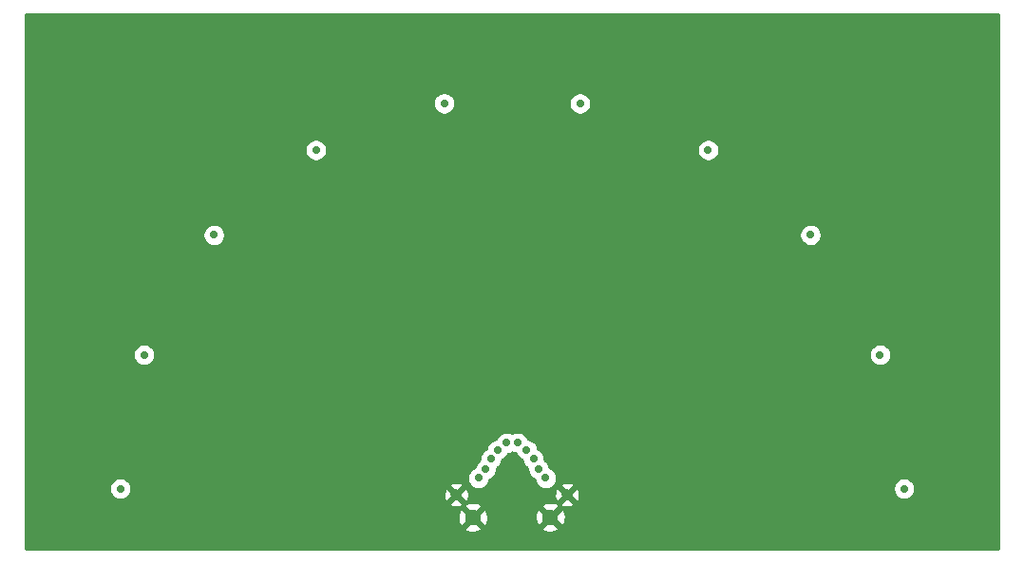
<source format=gbr>
G04 #@! TF.GenerationSoftware,KiCad,Pcbnew,(6.0.0-rc1-dev-305-gf0b8b2136)*
G04 #@! TF.CreationDate,2019-06-24T15:23:41-06:00*
G04 #@! TF.ProjectId,Station05,53746174696F6E30352E6B696361645F,rev?*
G04 #@! TF.SameCoordinates,Original*
G04 #@! TF.FileFunction,Copper,L3,Inr,Signal*
G04 #@! TF.FilePolarity,Positive*
%FSLAX46Y46*%
G04 Gerber Fmt 4.6, Leading zero omitted, Abs format (unit mm)*
G04 Created by KiCad (PCBNEW (6.0.0-rc1-dev-305-gf0b8b2136)) date 06/24/19 15:23:41*
%MOMM*%
%LPD*%
G01*
G04 APERTURE LIST*
G04 #@! TA.AperFunction,ViaPad*
%ADD10C,1.000000*%
G04 #@! TD*
G04 #@! TA.AperFunction,ViaPad*
%ADD11C,1.450000*%
G04 #@! TD*
G04 #@! TA.AperFunction,ViaPad*
%ADD12C,0.800000*%
G04 #@! TD*
G04 #@! TA.AperFunction,ViaPad*
%ADD13C,1.200000*%
G04 #@! TD*
G04 #@! TA.AperFunction,ViaPad*
%ADD14C,0.711200*%
G04 #@! TD*
G04 #@! TA.AperFunction,Conductor*
%ADD15C,0.254000*%
G04 #@! TD*
G04 APERTURE END LIST*
D10*
G04 #@! TO.N,GND*
G04 #@! TO.C,U11*
X144895000Y-100490000D03*
X135025000Y-100490000D03*
D11*
X143420000Y-102490000D03*
X136500000Y-102490000D03*
G04 #@! TD*
D12*
G04 #@! TO.N,GND*
X132371500Y-97873160D03*
X133591500Y-95383160D03*
X135261500Y-93293160D03*
X123571500Y-73253160D03*
X137441500Y-91763160D03*
X147301500Y-97873160D03*
X146461500Y-95363160D03*
X144191500Y-96613160D03*
X135431500Y-68763160D03*
X135844376Y-71023160D03*
X136260906Y-73303160D03*
X136666475Y-75523160D03*
X137061082Y-77683160D03*
X137457516Y-79853160D03*
X137852123Y-82013160D03*
X138257692Y-84233160D03*
X139991500Y-91223160D03*
X138672395Y-86503160D03*
X139098059Y-88833160D03*
X139987751Y-93703160D03*
X143776351Y-73303160D03*
X143365920Y-75513160D03*
X144191639Y-71023160D03*
X144619500Y-68763160D03*
X140892186Y-88833160D03*
X141324904Y-86503160D03*
X141746479Y-84233160D03*
X142158767Y-82013160D03*
X142559913Y-79853160D03*
X142962916Y-77683160D03*
X146291500Y-69053160D03*
X145874287Y-71323160D03*
X145449721Y-73633160D03*
X145045373Y-75833160D03*
X144653890Y-77963160D03*
X144251380Y-80153160D03*
X143859898Y-82283160D03*
X143440847Y-84563160D03*
X143032824Y-86783160D03*
X142595394Y-89163160D03*
X141761500Y-94033160D03*
X144339420Y-89883160D03*
X145606899Y-87783160D03*
X146795915Y-85813160D03*
X148045287Y-83743160D03*
X149155840Y-81903160D03*
X150296571Y-80013160D03*
X151437302Y-78123160D03*
X152632354Y-76143160D03*
X153700658Y-74373160D03*
X142611500Y-91783160D03*
X155171500Y-75223160D03*
X154097144Y-77013160D03*
X152908750Y-78993160D03*
X151750365Y-80923160D03*
X150627992Y-82793160D03*
X149505619Y-84663160D03*
X148281212Y-86703160D03*
X147062807Y-88733160D03*
X145772378Y-90883160D03*
X147041500Y-92048506D03*
X149021500Y-90410498D03*
X150841500Y-88904854D03*
X152651500Y-87407482D03*
X154411500Y-85951473D03*
X156121500Y-84536828D03*
X157871500Y-83033160D03*
X159681500Y-81513160D03*
X161491500Y-80053160D03*
X163201500Y-78643160D03*
X144711500Y-93413160D03*
X143161500Y-95163160D03*
X156281500Y-73433160D03*
D13*
X124375937Y-70991070D03*
X106091874Y-102660000D03*
X100771874Y-102660000D03*
X106091874Y-97340000D03*
X100771874Y-97340000D03*
X102977200Y-90152960D03*
X108297200Y-90152960D03*
X108297200Y-84832960D03*
X102977200Y-84832960D03*
X114647190Y-79154460D03*
X119055937Y-70991070D03*
X124375937Y-65671070D03*
X119055937Y-65671070D03*
X109327190Y-79154460D03*
X114647190Y-73834460D03*
X109327190Y-73834460D03*
X130990010Y-66647430D03*
X136310010Y-66647430D03*
X136310010Y-61327430D03*
X130990010Y-61327430D03*
X143689990Y-66647430D03*
X149009990Y-66647430D03*
X149009990Y-61327430D03*
X143689990Y-61327430D03*
X155624063Y-70991070D03*
X160944063Y-70991070D03*
X160944063Y-65671070D03*
X155624063Y-65671070D03*
X165352810Y-79154460D03*
X170672810Y-79154460D03*
X170672810Y-73834460D03*
X165352810Y-73834460D03*
X171702800Y-90152960D03*
X177022800Y-90152960D03*
X177022800Y-84832960D03*
X171702800Y-84832960D03*
X173908126Y-102660000D03*
X179228126Y-102660000D03*
X173908126Y-97340000D03*
X179228126Y-97340000D03*
D12*
X162551500Y-81293160D03*
X160771500Y-82766914D03*
X158961500Y-84265505D03*
X157191500Y-85730978D03*
X155481500Y-87146774D03*
X153721500Y-88603969D03*
X151941500Y-90077722D03*
X150111500Y-91592874D03*
X148081500Y-93273616D03*
X149111500Y-95104947D03*
X151781500Y-94209291D03*
X154041500Y-93451170D03*
X156381500Y-92666213D03*
X158641500Y-91908091D03*
X160851500Y-91166742D03*
X162971500Y-90455583D03*
X165181500Y-89714234D03*
X167341500Y-88989657D03*
X169411500Y-88295271D03*
X171481500Y-87600885D03*
X167831500Y-90483160D03*
X165651500Y-91206511D03*
X163421500Y-91946452D03*
X161321500Y-92643259D03*
X159111500Y-93393160D03*
X156881500Y-94163160D03*
X154531500Y-94943160D03*
X152261500Y-95683160D03*
X149591500Y-96603160D03*
X144691500Y-98273160D03*
X149691500Y-98442859D03*
X152621500Y-98526724D03*
X155041500Y-98595992D03*
X157391500Y-98663256D03*
X159751500Y-98730807D03*
X162131500Y-98798930D03*
X164461500Y-98865622D03*
X166901500Y-98935463D03*
X169291500Y-99003873D03*
X171681500Y-99072283D03*
X171641500Y-100683160D03*
X169221500Y-100608813D03*
X166861500Y-100536309D03*
X164431500Y-100461654D03*
X162111500Y-100390380D03*
X159711500Y-100316648D03*
X157371500Y-100244759D03*
X155001500Y-100171947D03*
X152561500Y-100096985D03*
X149661500Y-100027277D03*
X147481500Y-99960303D03*
X133681500Y-69103160D03*
X134519466Y-73643160D03*
X134931066Y-75873160D03*
X134096792Y-71353160D03*
X135326055Y-78013160D03*
X135726580Y-80183160D03*
X136128951Y-82363160D03*
X136538706Y-84583160D03*
X136955843Y-86843160D03*
X137384056Y-89163160D03*
X138221500Y-94003160D03*
X135726467Y-89793160D03*
X134506542Y-87793160D03*
X133311015Y-85833160D03*
X132109389Y-83863160D03*
X130968759Y-81993160D03*
X129809829Y-80093160D03*
X128650899Y-78193160D03*
X127485871Y-76283160D03*
X126290345Y-74323160D03*
X124761500Y-75263160D03*
X125959150Y-77233160D03*
X127102084Y-79113160D03*
X128251098Y-81003160D03*
X129418350Y-82923160D03*
X130555205Y-84793160D03*
X131758934Y-86773160D03*
X132950505Y-88733160D03*
X134166392Y-90733160D03*
X136811500Y-95123160D03*
X132861500Y-91852187D03*
X131021500Y-90328493D03*
X129221500Y-88837923D03*
X127421500Y-87347353D03*
X125691500Y-85914750D03*
X123921500Y-84449023D03*
X122201500Y-83024701D03*
X120471500Y-81592098D03*
X118701500Y-80126372D03*
X116861500Y-78602679D03*
X117611500Y-81463160D03*
X119361500Y-82916350D03*
X121081500Y-84344627D03*
X122821500Y-85789512D03*
X124571500Y-87242703D03*
X126281500Y-88662677D03*
X128091500Y-90165691D03*
X129871500Y-91643792D03*
X131751500Y-93204934D03*
X135791500Y-96559727D03*
X130741500Y-94886066D03*
X128381500Y-94103920D03*
X126101500Y-93348286D03*
X123911500Y-92622480D03*
X121771500Y-91913244D03*
X119591500Y-91190752D03*
X115141500Y-89715941D03*
X112831500Y-88950366D03*
X110581500Y-88204675D03*
X108341500Y-87462298D03*
X117381500Y-90458318D03*
X112271500Y-90643160D03*
X114571500Y-91411417D03*
X116781500Y-92149612D03*
X118991500Y-92887807D03*
X121231500Y-93636022D03*
X123401500Y-94360856D03*
X125531500Y-95072330D03*
X127851500Y-95847267D03*
X130191500Y-96628885D03*
X108711500Y-99008860D03*
X135011500Y-98238885D03*
X117971500Y-98737759D03*
X113281500Y-98875066D03*
X115611500Y-98806852D03*
X110951500Y-98943280D03*
X120321500Y-98668960D03*
X122681500Y-98599867D03*
X124991500Y-98532238D03*
X127411500Y-98461389D03*
X129931500Y-98387611D03*
X108771500Y-100693160D03*
X111001500Y-100626891D03*
X113311500Y-100558245D03*
X115661500Y-100488410D03*
X118021500Y-100418278D03*
X120391500Y-100347849D03*
X125021500Y-100210258D03*
X127441500Y-100138343D03*
X129941500Y-100064050D03*
X132391500Y-99991243D03*
X122731500Y-100278310D03*
D14*
G04 #@! TO.N,Net-(U1-Pad1)*
X137000000Y-99000000D03*
X105081500Y-99950857D03*
G04 #@! TO.N,Net-(U11-Pad4)*
X137642600Y-98216720D03*
X107201500Y-88017095D03*
G04 #@! TO.N,Net-(U11-Pad6)*
X138100000Y-97300000D03*
X113421500Y-77327554D03*
G04 #@! TO.N,Net-(U11-Pad8)*
X138700000Y-96500000D03*
X122529321Y-69753160D03*
G04 #@! TO.N,Net-(U11-Pad10)*
X139500000Y-95864680D03*
X133944687Y-65593160D03*
G04 #@! TO.N,Net-(U11-Pad12)*
X140500000Y-95851980D03*
X146053360Y-65603160D03*
G04 #@! TO.N,Net-(U11-Pad14)*
X141300000Y-96500000D03*
X157458830Y-69753160D03*
G04 #@! TO.N,Net-(U11-Pad16)*
X141900000Y-97300000D03*
X166591500Y-77317344D03*
G04 #@! TO.N,Net-(U11-Pad18)*
X142346680Y-98183700D03*
X172801500Y-88014305D03*
G04 #@! TO.N,Net-(U10-Pad1)*
X143000000Y-99000000D03*
X174941500Y-99954737D03*
G04 #@! TD*
D15*
G04 #@! TO.N,GND*
G36*
X183340000Y-105343160D02*
X96660000Y-105343160D01*
X96660000Y-103429133D01*
X135740472Y-103429133D01*
X135802965Y-103665450D01*
X136045678Y-103778850D01*
X136305849Y-103842719D01*
X136573482Y-103854604D01*
X136838291Y-103814048D01*
X137090100Y-103722609D01*
X137197035Y-103665450D01*
X137259528Y-103429133D01*
X142660472Y-103429133D01*
X142722965Y-103665450D01*
X142965678Y-103778850D01*
X143225849Y-103842719D01*
X143493482Y-103854604D01*
X143758291Y-103814048D01*
X144010100Y-103722609D01*
X144117035Y-103665450D01*
X144179528Y-103429133D01*
X143420000Y-102669605D01*
X142660472Y-103429133D01*
X137259528Y-103429133D01*
X136500000Y-102669605D01*
X135740472Y-103429133D01*
X96660000Y-103429133D01*
X96660000Y-102563482D01*
X135135396Y-102563482D01*
X135175952Y-102828291D01*
X135267391Y-103080100D01*
X135324550Y-103187035D01*
X135560867Y-103249528D01*
X136320395Y-102490000D01*
X136679605Y-102490000D01*
X137439133Y-103249528D01*
X137675450Y-103187035D01*
X137788850Y-102944322D01*
X137852719Y-102684151D01*
X137858077Y-102563482D01*
X142055396Y-102563482D01*
X142095952Y-102828291D01*
X142187391Y-103080100D01*
X142244550Y-103187035D01*
X142480867Y-103249528D01*
X143240395Y-102490000D01*
X143599605Y-102490000D01*
X144359133Y-103249528D01*
X144595450Y-103187035D01*
X144708850Y-102944322D01*
X144772719Y-102684151D01*
X144784604Y-102416518D01*
X144744048Y-102151709D01*
X144652609Y-101899900D01*
X144595450Y-101792965D01*
X144359133Y-101730472D01*
X143599605Y-102490000D01*
X143240395Y-102490000D01*
X142480867Y-101730472D01*
X142244550Y-101792965D01*
X142131150Y-102035678D01*
X142067281Y-102295849D01*
X142055396Y-102563482D01*
X137858077Y-102563482D01*
X137864604Y-102416518D01*
X137824048Y-102151709D01*
X137732609Y-101899900D01*
X137675450Y-101792965D01*
X137439133Y-101730472D01*
X136679605Y-102490000D01*
X136320395Y-102490000D01*
X135560867Y-101730472D01*
X135324550Y-101792965D01*
X135211150Y-102035678D01*
X135147281Y-102295849D01*
X135135396Y-102563482D01*
X96660000Y-102563482D01*
X96660000Y-101268166D01*
X134426439Y-101268166D01*
X134461550Y-101481588D01*
X134665826Y-101572458D01*
X134883905Y-101621731D01*
X135107406Y-101627511D01*
X135327740Y-101589577D01*
X135428485Y-101550867D01*
X135740472Y-101550867D01*
X136500000Y-102310395D01*
X137259528Y-101550867D01*
X142660472Y-101550867D01*
X143420000Y-102310395D01*
X144179528Y-101550867D01*
X144117035Y-101314550D01*
X144017759Y-101268166D01*
X144296439Y-101268166D01*
X144331550Y-101481588D01*
X144535826Y-101572458D01*
X144753905Y-101621731D01*
X144977406Y-101627511D01*
X145197740Y-101589577D01*
X145406440Y-101509387D01*
X145458450Y-101481588D01*
X145493561Y-101268166D01*
X144895000Y-100669605D01*
X144296439Y-101268166D01*
X144017759Y-101268166D01*
X143874322Y-101201150D01*
X143614151Y-101137281D01*
X143346518Y-101125396D01*
X143081709Y-101165952D01*
X142829900Y-101257391D01*
X142722965Y-101314550D01*
X142660472Y-101550867D01*
X137259528Y-101550867D01*
X137197035Y-101314550D01*
X136954322Y-101201150D01*
X136694151Y-101137281D01*
X136426518Y-101125396D01*
X136161709Y-101165952D01*
X135909900Y-101257391D01*
X135802965Y-101314550D01*
X135740472Y-101550867D01*
X135428485Y-101550867D01*
X135536440Y-101509387D01*
X135588450Y-101481588D01*
X135623561Y-101268166D01*
X135025000Y-100669605D01*
X134426439Y-101268166D01*
X96660000Y-101268166D01*
X96660000Y-99853291D01*
X104090900Y-99853291D01*
X104090900Y-100048423D01*
X104128968Y-100239804D01*
X104203642Y-100420082D01*
X104312051Y-100582328D01*
X104450029Y-100720306D01*
X104612275Y-100828715D01*
X104792553Y-100903389D01*
X104983934Y-100941457D01*
X105179066Y-100941457D01*
X105370447Y-100903389D01*
X105550725Y-100828715D01*
X105712971Y-100720306D01*
X105850949Y-100582328D01*
X105857578Y-100572406D01*
X133887489Y-100572406D01*
X133925423Y-100792740D01*
X134005613Y-101001440D01*
X134033412Y-101053450D01*
X134246834Y-101088561D01*
X134845395Y-100490000D01*
X135204605Y-100490000D01*
X135803166Y-101088561D01*
X136016588Y-101053450D01*
X136107458Y-100849174D01*
X136156731Y-100631095D01*
X136158248Y-100572406D01*
X143757489Y-100572406D01*
X143795423Y-100792740D01*
X143875613Y-101001440D01*
X143903412Y-101053450D01*
X144116834Y-101088561D01*
X144715395Y-100490000D01*
X145074605Y-100490000D01*
X145673166Y-101088561D01*
X145886588Y-101053450D01*
X145977458Y-100849174D01*
X146026731Y-100631095D01*
X146032511Y-100407594D01*
X145994577Y-100187260D01*
X145914387Y-99978560D01*
X145886588Y-99926550D01*
X145673166Y-99891439D01*
X145074605Y-100490000D01*
X144715395Y-100490000D01*
X144116834Y-99891439D01*
X143903412Y-99926550D01*
X143812542Y-100130826D01*
X143763269Y-100348905D01*
X143757489Y-100572406D01*
X136158248Y-100572406D01*
X136162511Y-100407594D01*
X136124577Y-100187260D01*
X136044387Y-99978560D01*
X136016588Y-99926550D01*
X135803166Y-99891439D01*
X135204605Y-100490000D01*
X134845395Y-100490000D01*
X134246834Y-99891439D01*
X134033412Y-99926550D01*
X133942542Y-100130826D01*
X133893269Y-100348905D01*
X133887489Y-100572406D01*
X105857578Y-100572406D01*
X105959358Y-100420082D01*
X106034032Y-100239804D01*
X106072100Y-100048423D01*
X106072100Y-99853291D01*
X106043963Y-99711834D01*
X134426439Y-99711834D01*
X135025000Y-100310395D01*
X135623561Y-99711834D01*
X135588450Y-99498412D01*
X135384174Y-99407542D01*
X135166095Y-99358269D01*
X134942594Y-99352489D01*
X134722260Y-99390423D01*
X134513560Y-99470613D01*
X134461550Y-99498412D01*
X134426439Y-99711834D01*
X106043963Y-99711834D01*
X106034032Y-99661910D01*
X105959358Y-99481632D01*
X105850949Y-99319386D01*
X105712971Y-99181408D01*
X105550725Y-99072999D01*
X105370447Y-98998325D01*
X105179066Y-98960257D01*
X104983934Y-98960257D01*
X104792553Y-98998325D01*
X104612275Y-99072999D01*
X104450029Y-99181408D01*
X104312051Y-99319386D01*
X104203642Y-99481632D01*
X104128968Y-99661910D01*
X104090900Y-99853291D01*
X96660000Y-99853291D01*
X96660000Y-98902434D01*
X136009400Y-98902434D01*
X136009400Y-99097566D01*
X136047468Y-99288947D01*
X136122142Y-99469225D01*
X136230551Y-99631471D01*
X136368529Y-99769449D01*
X136530775Y-99877858D01*
X136711053Y-99952532D01*
X136902434Y-99990600D01*
X137097566Y-99990600D01*
X137288947Y-99952532D01*
X137469225Y-99877858D01*
X137631471Y-99769449D01*
X137769449Y-99631471D01*
X137877858Y-99469225D01*
X137952532Y-99288947D01*
X137980363Y-99149032D01*
X138111825Y-99094578D01*
X138274071Y-98986169D01*
X138412049Y-98848191D01*
X138520458Y-98685945D01*
X138595132Y-98505667D01*
X138633200Y-98314286D01*
X138633200Y-98135111D01*
X138731471Y-98069449D01*
X138869449Y-97931471D01*
X138977858Y-97769225D01*
X139052532Y-97588947D01*
X139087812Y-97411580D01*
X139169225Y-97377858D01*
X139331471Y-97269449D01*
X139469449Y-97131471D01*
X139577858Y-96969225D01*
X139627524Y-96849321D01*
X139788947Y-96817212D01*
X139969225Y-96742538D01*
X140009503Y-96715625D01*
X140030775Y-96729838D01*
X140211053Y-96804512D01*
X140366743Y-96835481D01*
X140422142Y-96969225D01*
X140530551Y-97131471D01*
X140668529Y-97269449D01*
X140830775Y-97377858D01*
X140912188Y-97411580D01*
X140947468Y-97588947D01*
X141022142Y-97769225D01*
X141130551Y-97931471D01*
X141268529Y-98069449D01*
X141356080Y-98127949D01*
X141356080Y-98281266D01*
X141394148Y-98472647D01*
X141468822Y-98652925D01*
X141577231Y-98815171D01*
X141715209Y-98953149D01*
X141877455Y-99061558D01*
X142013442Y-99117886D01*
X142047468Y-99288947D01*
X142122142Y-99469225D01*
X142230551Y-99631471D01*
X142368529Y-99769449D01*
X142530775Y-99877858D01*
X142711053Y-99952532D01*
X142902434Y-99990600D01*
X143097566Y-99990600D01*
X143288947Y-99952532D01*
X143469225Y-99877858D01*
X143631471Y-99769449D01*
X143689086Y-99711834D01*
X144296439Y-99711834D01*
X144895000Y-100310395D01*
X145348224Y-99857171D01*
X173950900Y-99857171D01*
X173950900Y-100052303D01*
X173988968Y-100243684D01*
X174063642Y-100423962D01*
X174172051Y-100586208D01*
X174310029Y-100724186D01*
X174472275Y-100832595D01*
X174652553Y-100907269D01*
X174843934Y-100945337D01*
X175039066Y-100945337D01*
X175230447Y-100907269D01*
X175410725Y-100832595D01*
X175572971Y-100724186D01*
X175710949Y-100586208D01*
X175819358Y-100423962D01*
X175894032Y-100243684D01*
X175932100Y-100052303D01*
X175932100Y-99857171D01*
X175894032Y-99665790D01*
X175819358Y-99485512D01*
X175710949Y-99323266D01*
X175572971Y-99185288D01*
X175410725Y-99076879D01*
X175230447Y-99002205D01*
X175039066Y-98964137D01*
X174843934Y-98964137D01*
X174652553Y-99002205D01*
X174472275Y-99076879D01*
X174310029Y-99185288D01*
X174172051Y-99323266D01*
X174063642Y-99485512D01*
X173988968Y-99665790D01*
X173950900Y-99857171D01*
X145348224Y-99857171D01*
X145493561Y-99711834D01*
X145458450Y-99498412D01*
X145254174Y-99407542D01*
X145036095Y-99358269D01*
X144812594Y-99352489D01*
X144592260Y-99390423D01*
X144383560Y-99470613D01*
X144331550Y-99498412D01*
X144296439Y-99711834D01*
X143689086Y-99711834D01*
X143769449Y-99631471D01*
X143877858Y-99469225D01*
X143952532Y-99288947D01*
X143990600Y-99097566D01*
X143990600Y-98902434D01*
X143952532Y-98711053D01*
X143877858Y-98530775D01*
X143769449Y-98368529D01*
X143631471Y-98230551D01*
X143469225Y-98122142D01*
X143333238Y-98065814D01*
X143299212Y-97894753D01*
X143224538Y-97714475D01*
X143116129Y-97552229D01*
X142978151Y-97414251D01*
X142890600Y-97355751D01*
X142890600Y-97202434D01*
X142852532Y-97011053D01*
X142777858Y-96830775D01*
X142669449Y-96668529D01*
X142531471Y-96530551D01*
X142369225Y-96422142D01*
X142287812Y-96388420D01*
X142252532Y-96211053D01*
X142177858Y-96030775D01*
X142069449Y-95868529D01*
X141931471Y-95730551D01*
X141769225Y-95622142D01*
X141588947Y-95547468D01*
X141433257Y-95516499D01*
X141377858Y-95382755D01*
X141269449Y-95220509D01*
X141131471Y-95082531D01*
X140969225Y-94974122D01*
X140788947Y-94899448D01*
X140597566Y-94861380D01*
X140402434Y-94861380D01*
X140211053Y-94899448D01*
X140030775Y-94974122D01*
X139990497Y-95001035D01*
X139969225Y-94986822D01*
X139788947Y-94912148D01*
X139597566Y-94874080D01*
X139402434Y-94874080D01*
X139211053Y-94912148D01*
X139030775Y-94986822D01*
X138868529Y-95095231D01*
X138730551Y-95233209D01*
X138622142Y-95395455D01*
X138572476Y-95515359D01*
X138411053Y-95547468D01*
X138230775Y-95622142D01*
X138068529Y-95730551D01*
X137930551Y-95868529D01*
X137822142Y-96030775D01*
X137747468Y-96211053D01*
X137712188Y-96388420D01*
X137630775Y-96422142D01*
X137468529Y-96530551D01*
X137330551Y-96668529D01*
X137222142Y-96830775D01*
X137147468Y-97011053D01*
X137109400Y-97202434D01*
X137109400Y-97381609D01*
X137011129Y-97447271D01*
X136873151Y-97585249D01*
X136764742Y-97747495D01*
X136690068Y-97927773D01*
X136662237Y-98067688D01*
X136530775Y-98122142D01*
X136368529Y-98230551D01*
X136230551Y-98368529D01*
X136122142Y-98530775D01*
X136047468Y-98711053D01*
X136009400Y-98902434D01*
X96660000Y-98902434D01*
X96660000Y-87919529D01*
X106210900Y-87919529D01*
X106210900Y-88114661D01*
X106248968Y-88306042D01*
X106323642Y-88486320D01*
X106432051Y-88648566D01*
X106570029Y-88786544D01*
X106732275Y-88894953D01*
X106912553Y-88969627D01*
X107103934Y-89007695D01*
X107299066Y-89007695D01*
X107490447Y-88969627D01*
X107670725Y-88894953D01*
X107832971Y-88786544D01*
X107970949Y-88648566D01*
X108079358Y-88486320D01*
X108154032Y-88306042D01*
X108192100Y-88114661D01*
X108192100Y-87919529D01*
X108191546Y-87916739D01*
X171810900Y-87916739D01*
X171810900Y-88111871D01*
X171848968Y-88303252D01*
X171923642Y-88483530D01*
X172032051Y-88645776D01*
X172170029Y-88783754D01*
X172332275Y-88892163D01*
X172512553Y-88966837D01*
X172703934Y-89004905D01*
X172899066Y-89004905D01*
X173090447Y-88966837D01*
X173270725Y-88892163D01*
X173432971Y-88783754D01*
X173570949Y-88645776D01*
X173679358Y-88483530D01*
X173754032Y-88303252D01*
X173792100Y-88111871D01*
X173792100Y-87916739D01*
X173754032Y-87725358D01*
X173679358Y-87545080D01*
X173570949Y-87382834D01*
X173432971Y-87244856D01*
X173270725Y-87136447D01*
X173090447Y-87061773D01*
X172899066Y-87023705D01*
X172703934Y-87023705D01*
X172512553Y-87061773D01*
X172332275Y-87136447D01*
X172170029Y-87244856D01*
X172032051Y-87382834D01*
X171923642Y-87545080D01*
X171848968Y-87725358D01*
X171810900Y-87916739D01*
X108191546Y-87916739D01*
X108154032Y-87728148D01*
X108079358Y-87547870D01*
X107970949Y-87385624D01*
X107832971Y-87247646D01*
X107670725Y-87139237D01*
X107490447Y-87064563D01*
X107299066Y-87026495D01*
X107103934Y-87026495D01*
X106912553Y-87064563D01*
X106732275Y-87139237D01*
X106570029Y-87247646D01*
X106432051Y-87385624D01*
X106323642Y-87547870D01*
X106248968Y-87728148D01*
X106210900Y-87919529D01*
X96660000Y-87919529D01*
X96660000Y-77229988D01*
X112430900Y-77229988D01*
X112430900Y-77425120D01*
X112468968Y-77616501D01*
X112543642Y-77796779D01*
X112652051Y-77959025D01*
X112790029Y-78097003D01*
X112952275Y-78205412D01*
X113132553Y-78280086D01*
X113323934Y-78318154D01*
X113519066Y-78318154D01*
X113710447Y-78280086D01*
X113890725Y-78205412D01*
X114052971Y-78097003D01*
X114190949Y-77959025D01*
X114299358Y-77796779D01*
X114374032Y-77616501D01*
X114412100Y-77425120D01*
X114412100Y-77229988D01*
X114410070Y-77219778D01*
X165600900Y-77219778D01*
X165600900Y-77414910D01*
X165638968Y-77606291D01*
X165713642Y-77786569D01*
X165822051Y-77948815D01*
X165960029Y-78086793D01*
X166122275Y-78195202D01*
X166302553Y-78269876D01*
X166493934Y-78307944D01*
X166689066Y-78307944D01*
X166880447Y-78269876D01*
X167060725Y-78195202D01*
X167222971Y-78086793D01*
X167360949Y-77948815D01*
X167469358Y-77786569D01*
X167544032Y-77606291D01*
X167582100Y-77414910D01*
X167582100Y-77219778D01*
X167544032Y-77028397D01*
X167469358Y-76848119D01*
X167360949Y-76685873D01*
X167222971Y-76547895D01*
X167060725Y-76439486D01*
X166880447Y-76364812D01*
X166689066Y-76326744D01*
X166493934Y-76326744D01*
X166302553Y-76364812D01*
X166122275Y-76439486D01*
X165960029Y-76547895D01*
X165822051Y-76685873D01*
X165713642Y-76848119D01*
X165638968Y-77028397D01*
X165600900Y-77219778D01*
X114410070Y-77219778D01*
X114374032Y-77038607D01*
X114299358Y-76858329D01*
X114190949Y-76696083D01*
X114052971Y-76558105D01*
X113890725Y-76449696D01*
X113710447Y-76375022D01*
X113519066Y-76336954D01*
X113323934Y-76336954D01*
X113132553Y-76375022D01*
X112952275Y-76449696D01*
X112790029Y-76558105D01*
X112652051Y-76696083D01*
X112543642Y-76858329D01*
X112468968Y-77038607D01*
X112430900Y-77229988D01*
X96660000Y-77229988D01*
X96660000Y-69655594D01*
X121538721Y-69655594D01*
X121538721Y-69850726D01*
X121576789Y-70042107D01*
X121651463Y-70222385D01*
X121759872Y-70384631D01*
X121897850Y-70522609D01*
X122060096Y-70631018D01*
X122240374Y-70705692D01*
X122431755Y-70743760D01*
X122626887Y-70743760D01*
X122818268Y-70705692D01*
X122998546Y-70631018D01*
X123160792Y-70522609D01*
X123298770Y-70384631D01*
X123407179Y-70222385D01*
X123481853Y-70042107D01*
X123519921Y-69850726D01*
X123519921Y-69655594D01*
X156468230Y-69655594D01*
X156468230Y-69850726D01*
X156506298Y-70042107D01*
X156580972Y-70222385D01*
X156689381Y-70384631D01*
X156827359Y-70522609D01*
X156989605Y-70631018D01*
X157169883Y-70705692D01*
X157361264Y-70743760D01*
X157556396Y-70743760D01*
X157747777Y-70705692D01*
X157928055Y-70631018D01*
X158090301Y-70522609D01*
X158228279Y-70384631D01*
X158336688Y-70222385D01*
X158411362Y-70042107D01*
X158449430Y-69850726D01*
X158449430Y-69655594D01*
X158411362Y-69464213D01*
X158336688Y-69283935D01*
X158228279Y-69121689D01*
X158090301Y-68983711D01*
X157928055Y-68875302D01*
X157747777Y-68800628D01*
X157556396Y-68762560D01*
X157361264Y-68762560D01*
X157169883Y-68800628D01*
X156989605Y-68875302D01*
X156827359Y-68983711D01*
X156689381Y-69121689D01*
X156580972Y-69283935D01*
X156506298Y-69464213D01*
X156468230Y-69655594D01*
X123519921Y-69655594D01*
X123481853Y-69464213D01*
X123407179Y-69283935D01*
X123298770Y-69121689D01*
X123160792Y-68983711D01*
X122998546Y-68875302D01*
X122818268Y-68800628D01*
X122626887Y-68762560D01*
X122431755Y-68762560D01*
X122240374Y-68800628D01*
X122060096Y-68875302D01*
X121897850Y-68983711D01*
X121759872Y-69121689D01*
X121651463Y-69283935D01*
X121576789Y-69464213D01*
X121538721Y-69655594D01*
X96660000Y-69655594D01*
X96660000Y-65495594D01*
X132954087Y-65495594D01*
X132954087Y-65690726D01*
X132992155Y-65882107D01*
X133066829Y-66062385D01*
X133175238Y-66224631D01*
X133313216Y-66362609D01*
X133475462Y-66471018D01*
X133655740Y-66545692D01*
X133847121Y-66583760D01*
X134042253Y-66583760D01*
X134233634Y-66545692D01*
X134413912Y-66471018D01*
X134576158Y-66362609D01*
X134714136Y-66224631D01*
X134822545Y-66062385D01*
X134897219Y-65882107D01*
X134935287Y-65690726D01*
X134935287Y-65505594D01*
X145062760Y-65505594D01*
X145062760Y-65700726D01*
X145100828Y-65892107D01*
X145175502Y-66072385D01*
X145283911Y-66234631D01*
X145421889Y-66372609D01*
X145584135Y-66481018D01*
X145764413Y-66555692D01*
X145955794Y-66593760D01*
X146150926Y-66593760D01*
X146342307Y-66555692D01*
X146522585Y-66481018D01*
X146684831Y-66372609D01*
X146822809Y-66234631D01*
X146931218Y-66072385D01*
X147005892Y-65892107D01*
X147043960Y-65700726D01*
X147043960Y-65505594D01*
X147005892Y-65314213D01*
X146931218Y-65133935D01*
X146822809Y-64971689D01*
X146684831Y-64833711D01*
X146522585Y-64725302D01*
X146342307Y-64650628D01*
X146150926Y-64612560D01*
X145955794Y-64612560D01*
X145764413Y-64650628D01*
X145584135Y-64725302D01*
X145421889Y-64833711D01*
X145283911Y-64971689D01*
X145175502Y-65133935D01*
X145100828Y-65314213D01*
X145062760Y-65505594D01*
X134935287Y-65505594D01*
X134935287Y-65495594D01*
X134897219Y-65304213D01*
X134822545Y-65123935D01*
X134714136Y-64961689D01*
X134576158Y-64823711D01*
X134413912Y-64715302D01*
X134233634Y-64640628D01*
X134042253Y-64602560D01*
X133847121Y-64602560D01*
X133655740Y-64640628D01*
X133475462Y-64715302D01*
X133313216Y-64823711D01*
X133175238Y-64961689D01*
X133066829Y-65123935D01*
X132992155Y-65304213D01*
X132954087Y-65495594D01*
X96660000Y-65495594D01*
X96660000Y-57663160D01*
X183340001Y-57663160D01*
X183340000Y-105343160D01*
X183340000Y-105343160D01*
G37*
X183340000Y-105343160D02*
X96660000Y-105343160D01*
X96660000Y-103429133D01*
X135740472Y-103429133D01*
X135802965Y-103665450D01*
X136045678Y-103778850D01*
X136305849Y-103842719D01*
X136573482Y-103854604D01*
X136838291Y-103814048D01*
X137090100Y-103722609D01*
X137197035Y-103665450D01*
X137259528Y-103429133D01*
X142660472Y-103429133D01*
X142722965Y-103665450D01*
X142965678Y-103778850D01*
X143225849Y-103842719D01*
X143493482Y-103854604D01*
X143758291Y-103814048D01*
X144010100Y-103722609D01*
X144117035Y-103665450D01*
X144179528Y-103429133D01*
X143420000Y-102669605D01*
X142660472Y-103429133D01*
X137259528Y-103429133D01*
X136500000Y-102669605D01*
X135740472Y-103429133D01*
X96660000Y-103429133D01*
X96660000Y-102563482D01*
X135135396Y-102563482D01*
X135175952Y-102828291D01*
X135267391Y-103080100D01*
X135324550Y-103187035D01*
X135560867Y-103249528D01*
X136320395Y-102490000D01*
X136679605Y-102490000D01*
X137439133Y-103249528D01*
X137675450Y-103187035D01*
X137788850Y-102944322D01*
X137852719Y-102684151D01*
X137858077Y-102563482D01*
X142055396Y-102563482D01*
X142095952Y-102828291D01*
X142187391Y-103080100D01*
X142244550Y-103187035D01*
X142480867Y-103249528D01*
X143240395Y-102490000D01*
X143599605Y-102490000D01*
X144359133Y-103249528D01*
X144595450Y-103187035D01*
X144708850Y-102944322D01*
X144772719Y-102684151D01*
X144784604Y-102416518D01*
X144744048Y-102151709D01*
X144652609Y-101899900D01*
X144595450Y-101792965D01*
X144359133Y-101730472D01*
X143599605Y-102490000D01*
X143240395Y-102490000D01*
X142480867Y-101730472D01*
X142244550Y-101792965D01*
X142131150Y-102035678D01*
X142067281Y-102295849D01*
X142055396Y-102563482D01*
X137858077Y-102563482D01*
X137864604Y-102416518D01*
X137824048Y-102151709D01*
X137732609Y-101899900D01*
X137675450Y-101792965D01*
X137439133Y-101730472D01*
X136679605Y-102490000D01*
X136320395Y-102490000D01*
X135560867Y-101730472D01*
X135324550Y-101792965D01*
X135211150Y-102035678D01*
X135147281Y-102295849D01*
X135135396Y-102563482D01*
X96660000Y-102563482D01*
X96660000Y-101268166D01*
X134426439Y-101268166D01*
X134461550Y-101481588D01*
X134665826Y-101572458D01*
X134883905Y-101621731D01*
X135107406Y-101627511D01*
X135327740Y-101589577D01*
X135428485Y-101550867D01*
X135740472Y-101550867D01*
X136500000Y-102310395D01*
X137259528Y-101550867D01*
X142660472Y-101550867D01*
X143420000Y-102310395D01*
X144179528Y-101550867D01*
X144117035Y-101314550D01*
X144017759Y-101268166D01*
X144296439Y-101268166D01*
X144331550Y-101481588D01*
X144535826Y-101572458D01*
X144753905Y-101621731D01*
X144977406Y-101627511D01*
X145197740Y-101589577D01*
X145406440Y-101509387D01*
X145458450Y-101481588D01*
X145493561Y-101268166D01*
X144895000Y-100669605D01*
X144296439Y-101268166D01*
X144017759Y-101268166D01*
X143874322Y-101201150D01*
X143614151Y-101137281D01*
X143346518Y-101125396D01*
X143081709Y-101165952D01*
X142829900Y-101257391D01*
X142722965Y-101314550D01*
X142660472Y-101550867D01*
X137259528Y-101550867D01*
X137197035Y-101314550D01*
X136954322Y-101201150D01*
X136694151Y-101137281D01*
X136426518Y-101125396D01*
X136161709Y-101165952D01*
X135909900Y-101257391D01*
X135802965Y-101314550D01*
X135740472Y-101550867D01*
X135428485Y-101550867D01*
X135536440Y-101509387D01*
X135588450Y-101481588D01*
X135623561Y-101268166D01*
X135025000Y-100669605D01*
X134426439Y-101268166D01*
X96660000Y-101268166D01*
X96660000Y-99853291D01*
X104090900Y-99853291D01*
X104090900Y-100048423D01*
X104128968Y-100239804D01*
X104203642Y-100420082D01*
X104312051Y-100582328D01*
X104450029Y-100720306D01*
X104612275Y-100828715D01*
X104792553Y-100903389D01*
X104983934Y-100941457D01*
X105179066Y-100941457D01*
X105370447Y-100903389D01*
X105550725Y-100828715D01*
X105712971Y-100720306D01*
X105850949Y-100582328D01*
X105857578Y-100572406D01*
X133887489Y-100572406D01*
X133925423Y-100792740D01*
X134005613Y-101001440D01*
X134033412Y-101053450D01*
X134246834Y-101088561D01*
X134845395Y-100490000D01*
X135204605Y-100490000D01*
X135803166Y-101088561D01*
X136016588Y-101053450D01*
X136107458Y-100849174D01*
X136156731Y-100631095D01*
X136158248Y-100572406D01*
X143757489Y-100572406D01*
X143795423Y-100792740D01*
X143875613Y-101001440D01*
X143903412Y-101053450D01*
X144116834Y-101088561D01*
X144715395Y-100490000D01*
X145074605Y-100490000D01*
X145673166Y-101088561D01*
X145886588Y-101053450D01*
X145977458Y-100849174D01*
X146026731Y-100631095D01*
X146032511Y-100407594D01*
X145994577Y-100187260D01*
X145914387Y-99978560D01*
X145886588Y-99926550D01*
X145673166Y-99891439D01*
X145074605Y-100490000D01*
X144715395Y-100490000D01*
X144116834Y-99891439D01*
X143903412Y-99926550D01*
X143812542Y-100130826D01*
X143763269Y-100348905D01*
X143757489Y-100572406D01*
X136158248Y-100572406D01*
X136162511Y-100407594D01*
X136124577Y-100187260D01*
X136044387Y-99978560D01*
X136016588Y-99926550D01*
X135803166Y-99891439D01*
X135204605Y-100490000D01*
X134845395Y-100490000D01*
X134246834Y-99891439D01*
X134033412Y-99926550D01*
X133942542Y-100130826D01*
X133893269Y-100348905D01*
X133887489Y-100572406D01*
X105857578Y-100572406D01*
X105959358Y-100420082D01*
X106034032Y-100239804D01*
X106072100Y-100048423D01*
X106072100Y-99853291D01*
X106043963Y-99711834D01*
X134426439Y-99711834D01*
X135025000Y-100310395D01*
X135623561Y-99711834D01*
X135588450Y-99498412D01*
X135384174Y-99407542D01*
X135166095Y-99358269D01*
X134942594Y-99352489D01*
X134722260Y-99390423D01*
X134513560Y-99470613D01*
X134461550Y-99498412D01*
X134426439Y-99711834D01*
X106043963Y-99711834D01*
X106034032Y-99661910D01*
X105959358Y-99481632D01*
X105850949Y-99319386D01*
X105712971Y-99181408D01*
X105550725Y-99072999D01*
X105370447Y-98998325D01*
X105179066Y-98960257D01*
X104983934Y-98960257D01*
X104792553Y-98998325D01*
X104612275Y-99072999D01*
X104450029Y-99181408D01*
X104312051Y-99319386D01*
X104203642Y-99481632D01*
X104128968Y-99661910D01*
X104090900Y-99853291D01*
X96660000Y-99853291D01*
X96660000Y-98902434D01*
X136009400Y-98902434D01*
X136009400Y-99097566D01*
X136047468Y-99288947D01*
X136122142Y-99469225D01*
X136230551Y-99631471D01*
X136368529Y-99769449D01*
X136530775Y-99877858D01*
X136711053Y-99952532D01*
X136902434Y-99990600D01*
X137097566Y-99990600D01*
X137288947Y-99952532D01*
X137469225Y-99877858D01*
X137631471Y-99769449D01*
X137769449Y-99631471D01*
X137877858Y-99469225D01*
X137952532Y-99288947D01*
X137980363Y-99149032D01*
X138111825Y-99094578D01*
X138274071Y-98986169D01*
X138412049Y-98848191D01*
X138520458Y-98685945D01*
X138595132Y-98505667D01*
X138633200Y-98314286D01*
X138633200Y-98135111D01*
X138731471Y-98069449D01*
X138869449Y-97931471D01*
X138977858Y-97769225D01*
X139052532Y-97588947D01*
X139087812Y-97411580D01*
X139169225Y-97377858D01*
X139331471Y-97269449D01*
X139469449Y-97131471D01*
X139577858Y-96969225D01*
X139627524Y-96849321D01*
X139788947Y-96817212D01*
X139969225Y-96742538D01*
X140009503Y-96715625D01*
X140030775Y-96729838D01*
X140211053Y-96804512D01*
X140366743Y-96835481D01*
X140422142Y-96969225D01*
X140530551Y-97131471D01*
X140668529Y-97269449D01*
X140830775Y-97377858D01*
X140912188Y-97411580D01*
X140947468Y-97588947D01*
X141022142Y-97769225D01*
X141130551Y-97931471D01*
X141268529Y-98069449D01*
X141356080Y-98127949D01*
X141356080Y-98281266D01*
X141394148Y-98472647D01*
X141468822Y-98652925D01*
X141577231Y-98815171D01*
X141715209Y-98953149D01*
X141877455Y-99061558D01*
X142013442Y-99117886D01*
X142047468Y-99288947D01*
X142122142Y-99469225D01*
X142230551Y-99631471D01*
X142368529Y-99769449D01*
X142530775Y-99877858D01*
X142711053Y-99952532D01*
X142902434Y-99990600D01*
X143097566Y-99990600D01*
X143288947Y-99952532D01*
X143469225Y-99877858D01*
X143631471Y-99769449D01*
X143689086Y-99711834D01*
X144296439Y-99711834D01*
X144895000Y-100310395D01*
X145348224Y-99857171D01*
X173950900Y-99857171D01*
X173950900Y-100052303D01*
X173988968Y-100243684D01*
X174063642Y-100423962D01*
X174172051Y-100586208D01*
X174310029Y-100724186D01*
X174472275Y-100832595D01*
X174652553Y-100907269D01*
X174843934Y-100945337D01*
X175039066Y-100945337D01*
X175230447Y-100907269D01*
X175410725Y-100832595D01*
X175572971Y-100724186D01*
X175710949Y-100586208D01*
X175819358Y-100423962D01*
X175894032Y-100243684D01*
X175932100Y-100052303D01*
X175932100Y-99857171D01*
X175894032Y-99665790D01*
X175819358Y-99485512D01*
X175710949Y-99323266D01*
X175572971Y-99185288D01*
X175410725Y-99076879D01*
X175230447Y-99002205D01*
X175039066Y-98964137D01*
X174843934Y-98964137D01*
X174652553Y-99002205D01*
X174472275Y-99076879D01*
X174310029Y-99185288D01*
X174172051Y-99323266D01*
X174063642Y-99485512D01*
X173988968Y-99665790D01*
X173950900Y-99857171D01*
X145348224Y-99857171D01*
X145493561Y-99711834D01*
X145458450Y-99498412D01*
X145254174Y-99407542D01*
X145036095Y-99358269D01*
X144812594Y-99352489D01*
X144592260Y-99390423D01*
X144383560Y-99470613D01*
X144331550Y-99498412D01*
X144296439Y-99711834D01*
X143689086Y-99711834D01*
X143769449Y-99631471D01*
X143877858Y-99469225D01*
X143952532Y-99288947D01*
X143990600Y-99097566D01*
X143990600Y-98902434D01*
X143952532Y-98711053D01*
X143877858Y-98530775D01*
X143769449Y-98368529D01*
X143631471Y-98230551D01*
X143469225Y-98122142D01*
X143333238Y-98065814D01*
X143299212Y-97894753D01*
X143224538Y-97714475D01*
X143116129Y-97552229D01*
X142978151Y-97414251D01*
X142890600Y-97355751D01*
X142890600Y-97202434D01*
X142852532Y-97011053D01*
X142777858Y-96830775D01*
X142669449Y-96668529D01*
X142531471Y-96530551D01*
X142369225Y-96422142D01*
X142287812Y-96388420D01*
X142252532Y-96211053D01*
X142177858Y-96030775D01*
X142069449Y-95868529D01*
X141931471Y-95730551D01*
X141769225Y-95622142D01*
X141588947Y-95547468D01*
X141433257Y-95516499D01*
X141377858Y-95382755D01*
X141269449Y-95220509D01*
X141131471Y-95082531D01*
X140969225Y-94974122D01*
X140788947Y-94899448D01*
X140597566Y-94861380D01*
X140402434Y-94861380D01*
X140211053Y-94899448D01*
X140030775Y-94974122D01*
X139990497Y-95001035D01*
X139969225Y-94986822D01*
X139788947Y-94912148D01*
X139597566Y-94874080D01*
X139402434Y-94874080D01*
X139211053Y-94912148D01*
X139030775Y-94986822D01*
X138868529Y-95095231D01*
X138730551Y-95233209D01*
X138622142Y-95395455D01*
X138572476Y-95515359D01*
X138411053Y-95547468D01*
X138230775Y-95622142D01*
X138068529Y-95730551D01*
X137930551Y-95868529D01*
X137822142Y-96030775D01*
X137747468Y-96211053D01*
X137712188Y-96388420D01*
X137630775Y-96422142D01*
X137468529Y-96530551D01*
X137330551Y-96668529D01*
X137222142Y-96830775D01*
X137147468Y-97011053D01*
X137109400Y-97202434D01*
X137109400Y-97381609D01*
X137011129Y-97447271D01*
X136873151Y-97585249D01*
X136764742Y-97747495D01*
X136690068Y-97927773D01*
X136662237Y-98067688D01*
X136530775Y-98122142D01*
X136368529Y-98230551D01*
X136230551Y-98368529D01*
X136122142Y-98530775D01*
X136047468Y-98711053D01*
X136009400Y-98902434D01*
X96660000Y-98902434D01*
X96660000Y-87919529D01*
X106210900Y-87919529D01*
X106210900Y-88114661D01*
X106248968Y-88306042D01*
X106323642Y-88486320D01*
X106432051Y-88648566D01*
X106570029Y-88786544D01*
X106732275Y-88894953D01*
X106912553Y-88969627D01*
X107103934Y-89007695D01*
X107299066Y-89007695D01*
X107490447Y-88969627D01*
X107670725Y-88894953D01*
X107832971Y-88786544D01*
X107970949Y-88648566D01*
X108079358Y-88486320D01*
X108154032Y-88306042D01*
X108192100Y-88114661D01*
X108192100Y-87919529D01*
X108191546Y-87916739D01*
X171810900Y-87916739D01*
X171810900Y-88111871D01*
X171848968Y-88303252D01*
X171923642Y-88483530D01*
X172032051Y-88645776D01*
X172170029Y-88783754D01*
X172332275Y-88892163D01*
X172512553Y-88966837D01*
X172703934Y-89004905D01*
X172899066Y-89004905D01*
X173090447Y-88966837D01*
X173270725Y-88892163D01*
X173432971Y-88783754D01*
X173570949Y-88645776D01*
X173679358Y-88483530D01*
X173754032Y-88303252D01*
X173792100Y-88111871D01*
X173792100Y-87916739D01*
X173754032Y-87725358D01*
X173679358Y-87545080D01*
X173570949Y-87382834D01*
X173432971Y-87244856D01*
X173270725Y-87136447D01*
X173090447Y-87061773D01*
X172899066Y-87023705D01*
X172703934Y-87023705D01*
X172512553Y-87061773D01*
X172332275Y-87136447D01*
X172170029Y-87244856D01*
X172032051Y-87382834D01*
X171923642Y-87545080D01*
X171848968Y-87725358D01*
X171810900Y-87916739D01*
X108191546Y-87916739D01*
X108154032Y-87728148D01*
X108079358Y-87547870D01*
X107970949Y-87385624D01*
X107832971Y-87247646D01*
X107670725Y-87139237D01*
X107490447Y-87064563D01*
X107299066Y-87026495D01*
X107103934Y-87026495D01*
X106912553Y-87064563D01*
X106732275Y-87139237D01*
X106570029Y-87247646D01*
X106432051Y-87385624D01*
X106323642Y-87547870D01*
X106248968Y-87728148D01*
X106210900Y-87919529D01*
X96660000Y-87919529D01*
X96660000Y-77229988D01*
X112430900Y-77229988D01*
X112430900Y-77425120D01*
X112468968Y-77616501D01*
X112543642Y-77796779D01*
X112652051Y-77959025D01*
X112790029Y-78097003D01*
X112952275Y-78205412D01*
X113132553Y-78280086D01*
X113323934Y-78318154D01*
X113519066Y-78318154D01*
X113710447Y-78280086D01*
X113890725Y-78205412D01*
X114052971Y-78097003D01*
X114190949Y-77959025D01*
X114299358Y-77796779D01*
X114374032Y-77616501D01*
X114412100Y-77425120D01*
X114412100Y-77229988D01*
X114410070Y-77219778D01*
X165600900Y-77219778D01*
X165600900Y-77414910D01*
X165638968Y-77606291D01*
X165713642Y-77786569D01*
X165822051Y-77948815D01*
X165960029Y-78086793D01*
X166122275Y-78195202D01*
X166302553Y-78269876D01*
X166493934Y-78307944D01*
X166689066Y-78307944D01*
X166880447Y-78269876D01*
X167060725Y-78195202D01*
X167222971Y-78086793D01*
X167360949Y-77948815D01*
X167469358Y-77786569D01*
X167544032Y-77606291D01*
X167582100Y-77414910D01*
X167582100Y-77219778D01*
X167544032Y-77028397D01*
X167469358Y-76848119D01*
X167360949Y-76685873D01*
X167222971Y-76547895D01*
X167060725Y-76439486D01*
X166880447Y-76364812D01*
X166689066Y-76326744D01*
X166493934Y-76326744D01*
X166302553Y-76364812D01*
X166122275Y-76439486D01*
X165960029Y-76547895D01*
X165822051Y-76685873D01*
X165713642Y-76848119D01*
X165638968Y-77028397D01*
X165600900Y-77219778D01*
X114410070Y-77219778D01*
X114374032Y-77038607D01*
X114299358Y-76858329D01*
X114190949Y-76696083D01*
X114052971Y-76558105D01*
X113890725Y-76449696D01*
X113710447Y-76375022D01*
X113519066Y-76336954D01*
X113323934Y-76336954D01*
X113132553Y-76375022D01*
X112952275Y-76449696D01*
X112790029Y-76558105D01*
X112652051Y-76696083D01*
X112543642Y-76858329D01*
X112468968Y-77038607D01*
X112430900Y-77229988D01*
X96660000Y-77229988D01*
X96660000Y-69655594D01*
X121538721Y-69655594D01*
X121538721Y-69850726D01*
X121576789Y-70042107D01*
X121651463Y-70222385D01*
X121759872Y-70384631D01*
X121897850Y-70522609D01*
X122060096Y-70631018D01*
X122240374Y-70705692D01*
X122431755Y-70743760D01*
X122626887Y-70743760D01*
X122818268Y-70705692D01*
X122998546Y-70631018D01*
X123160792Y-70522609D01*
X123298770Y-70384631D01*
X123407179Y-70222385D01*
X123481853Y-70042107D01*
X123519921Y-69850726D01*
X123519921Y-69655594D01*
X156468230Y-69655594D01*
X156468230Y-69850726D01*
X156506298Y-70042107D01*
X156580972Y-70222385D01*
X156689381Y-70384631D01*
X156827359Y-70522609D01*
X156989605Y-70631018D01*
X157169883Y-70705692D01*
X157361264Y-70743760D01*
X157556396Y-70743760D01*
X157747777Y-70705692D01*
X157928055Y-70631018D01*
X158090301Y-70522609D01*
X158228279Y-70384631D01*
X158336688Y-70222385D01*
X158411362Y-70042107D01*
X158449430Y-69850726D01*
X158449430Y-69655594D01*
X158411362Y-69464213D01*
X158336688Y-69283935D01*
X158228279Y-69121689D01*
X158090301Y-68983711D01*
X157928055Y-68875302D01*
X157747777Y-68800628D01*
X157556396Y-68762560D01*
X157361264Y-68762560D01*
X157169883Y-68800628D01*
X156989605Y-68875302D01*
X156827359Y-68983711D01*
X156689381Y-69121689D01*
X156580972Y-69283935D01*
X156506298Y-69464213D01*
X156468230Y-69655594D01*
X123519921Y-69655594D01*
X123481853Y-69464213D01*
X123407179Y-69283935D01*
X123298770Y-69121689D01*
X123160792Y-68983711D01*
X122998546Y-68875302D01*
X122818268Y-68800628D01*
X122626887Y-68762560D01*
X122431755Y-68762560D01*
X122240374Y-68800628D01*
X122060096Y-68875302D01*
X121897850Y-68983711D01*
X121759872Y-69121689D01*
X121651463Y-69283935D01*
X121576789Y-69464213D01*
X121538721Y-69655594D01*
X96660000Y-69655594D01*
X96660000Y-65495594D01*
X132954087Y-65495594D01*
X132954087Y-65690726D01*
X132992155Y-65882107D01*
X133066829Y-66062385D01*
X133175238Y-66224631D01*
X133313216Y-66362609D01*
X133475462Y-66471018D01*
X133655740Y-66545692D01*
X133847121Y-66583760D01*
X134042253Y-66583760D01*
X134233634Y-66545692D01*
X134413912Y-66471018D01*
X134576158Y-66362609D01*
X134714136Y-66224631D01*
X134822545Y-66062385D01*
X134897219Y-65882107D01*
X134935287Y-65690726D01*
X134935287Y-65505594D01*
X145062760Y-65505594D01*
X145062760Y-65700726D01*
X145100828Y-65892107D01*
X145175502Y-66072385D01*
X145283911Y-66234631D01*
X145421889Y-66372609D01*
X145584135Y-66481018D01*
X145764413Y-66555692D01*
X145955794Y-66593760D01*
X146150926Y-66593760D01*
X146342307Y-66555692D01*
X146522585Y-66481018D01*
X146684831Y-66372609D01*
X146822809Y-66234631D01*
X146931218Y-66072385D01*
X147005892Y-65892107D01*
X147043960Y-65700726D01*
X147043960Y-65505594D01*
X147005892Y-65314213D01*
X146931218Y-65133935D01*
X146822809Y-64971689D01*
X146684831Y-64833711D01*
X146522585Y-64725302D01*
X146342307Y-64650628D01*
X146150926Y-64612560D01*
X145955794Y-64612560D01*
X145764413Y-64650628D01*
X145584135Y-64725302D01*
X145421889Y-64833711D01*
X145283911Y-64971689D01*
X145175502Y-65133935D01*
X145100828Y-65314213D01*
X145062760Y-65505594D01*
X134935287Y-65505594D01*
X134935287Y-65495594D01*
X134897219Y-65304213D01*
X134822545Y-65123935D01*
X134714136Y-64961689D01*
X134576158Y-64823711D01*
X134413912Y-64715302D01*
X134233634Y-64640628D01*
X134042253Y-64602560D01*
X133847121Y-64602560D01*
X133655740Y-64640628D01*
X133475462Y-64715302D01*
X133313216Y-64823711D01*
X133175238Y-64961689D01*
X133066829Y-65123935D01*
X132992155Y-65304213D01*
X132954087Y-65495594D01*
X96660000Y-65495594D01*
X96660000Y-57663160D01*
X183340001Y-57663160D01*
X183340000Y-105343160D01*
G04 #@! TD*
M02*

</source>
